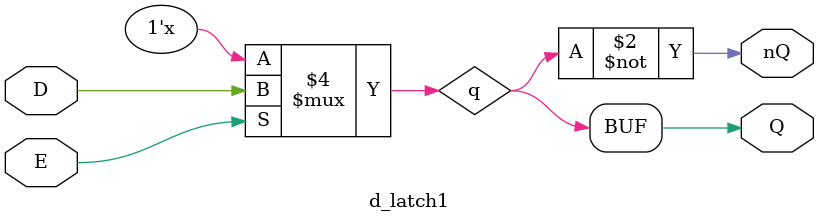
<source format=v>
module d_latch1(
    input wire D, 
    input wire E,
    output wire Q,
    output wire nQ
);

    reg q;
    always @(*) begin 
        if (E)
        q = D;
        end 
        
    assign Q = q;
    assign nQ = ~q;
    
endmodule

</source>
